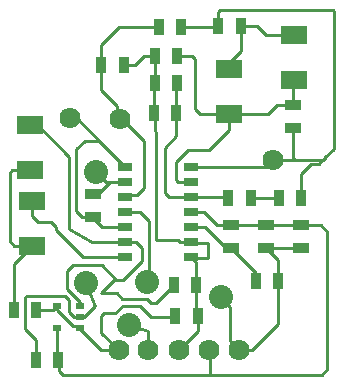
<source format=gtl>
G04 (created by PCBNEW (2013-07-07 BZR 4022)-stable) date 12/10/2014 11:19:01 PM*
%MOIN*%
G04 Gerber Fmt 3.4, Leading zero omitted, Abs format*
%FSLAX34Y34*%
G01*
G70*
G90*
G04 APERTURE LIST*
%ADD10C,0.00590551*%
%ADD11R,0.05X0.025*%
%ADD12R,0.035X0.055*%
%ADD13R,0.055X0.035*%
%ADD14R,0.0866X0.063*%
%ADD15C,0.0700787*%
%ADD16R,0.0315X0.0197*%
%ADD17C,0.08*%
%ADD18C,0.01*%
G04 APERTURE END LIST*
G54D10*
G54D11*
X16700Y-14300D03*
X16700Y-13800D03*
X16700Y-13300D03*
X16700Y-12800D03*
X16700Y-12300D03*
X16700Y-11800D03*
X16700Y-11300D03*
X14500Y-11300D03*
X14500Y-11800D03*
X14500Y-12300D03*
X14500Y-12800D03*
X14500Y-13300D03*
X14500Y-13800D03*
X14500Y-14300D03*
G54D12*
X15603Y-6629D03*
X16353Y-6629D03*
G54D13*
X20350Y-13235D03*
X20350Y-13985D03*
X19190Y-13235D03*
X19190Y-13985D03*
G54D12*
X16115Y-15220D03*
X16865Y-15220D03*
X16155Y-16250D03*
X16905Y-16250D03*
X18681Y-12347D03*
X17931Y-12347D03*
X20359Y-12321D03*
X19609Y-12321D03*
X17594Y-6608D03*
X18344Y-6608D03*
X16195Y-9490D03*
X15445Y-9490D03*
X16219Y-7584D03*
X15469Y-7584D03*
X16219Y-8484D03*
X15469Y-8484D03*
X18845Y-15090D03*
X19595Y-15090D03*
G54D13*
X18010Y-13235D03*
X18010Y-13985D03*
G54D14*
X11370Y-12432D03*
X11370Y-13928D03*
X17954Y-9543D03*
X17954Y-8047D03*
X20118Y-6896D03*
X20118Y-8392D03*
G54D15*
X14270Y-17405D03*
X15263Y-17395D03*
X16267Y-17395D03*
X17271Y-17395D03*
X18275Y-17395D03*
G54D13*
X20089Y-9985D03*
X20089Y-9235D03*
G54D12*
X14434Y-7881D03*
X13684Y-7881D03*
G54D13*
X13409Y-12956D03*
X13409Y-12206D03*
G54D12*
X11525Y-16050D03*
X10775Y-16050D03*
X12255Y-17726D03*
X11505Y-17726D03*
G54D16*
X12992Y-16677D03*
X12990Y-15920D03*
X12990Y-16300D03*
X12230Y-15920D03*
X12230Y-16680D03*
G54D15*
X19419Y-11048D03*
X14321Y-9687D03*
X12651Y-9670D03*
G54D14*
X11330Y-11408D03*
X11330Y-9912D03*
G54D17*
X14620Y-16570D03*
X13510Y-11460D03*
X13170Y-15180D03*
X17670Y-15640D03*
X15230Y-15140D03*
G54D18*
X11330Y-11408D02*
X10733Y-11408D01*
X10799Y-13928D02*
X11370Y-13928D01*
X10640Y-13769D02*
X10799Y-13928D01*
X10640Y-11501D02*
X10640Y-13769D01*
X10733Y-11408D02*
X10640Y-11501D01*
X10775Y-16050D02*
X10775Y-14523D01*
X10775Y-14523D02*
X11370Y-13928D01*
X11525Y-16050D02*
X12100Y-16050D01*
X12100Y-16050D02*
X12230Y-15920D01*
X12230Y-15920D02*
X12230Y-16067D01*
X12899Y-16584D02*
X12992Y-16677D01*
X12747Y-16584D02*
X12899Y-16584D01*
X12230Y-16067D02*
X12747Y-16584D01*
X14270Y-17405D02*
X13695Y-17405D01*
X13695Y-17405D02*
X12992Y-16702D01*
X12992Y-16702D02*
X12992Y-16677D01*
X14120Y-16180D02*
X14150Y-16180D01*
X16105Y-16300D02*
X16155Y-16250D01*
X15350Y-16300D02*
X16105Y-16300D01*
X14970Y-15920D02*
X15350Y-16300D01*
X14410Y-15920D02*
X14970Y-15920D01*
X14150Y-16180D02*
X14410Y-15920D01*
X16155Y-16250D02*
X15970Y-16250D01*
X13777Y-16180D02*
X13690Y-16267D01*
X14180Y-16180D02*
X14120Y-16180D01*
X14120Y-16180D02*
X13777Y-16180D01*
X13690Y-16267D02*
X13690Y-16825D01*
X13690Y-16825D02*
X14270Y-17405D01*
X14620Y-16570D02*
X15263Y-16753D01*
X15263Y-16753D02*
X15263Y-17395D01*
X14500Y-11800D02*
X13850Y-11800D01*
X13850Y-11800D02*
X13510Y-11460D01*
X13409Y-12206D02*
X13585Y-12206D01*
X13991Y-11800D02*
X14500Y-11800D01*
X13585Y-12206D02*
X13991Y-11800D01*
X14440Y-11860D02*
X14500Y-11800D01*
X14484Y-11816D02*
X14500Y-11800D01*
X17954Y-8047D02*
X17954Y-7834D01*
X18344Y-7444D02*
X18344Y-6608D01*
X17954Y-7834D02*
X18344Y-7444D01*
X20118Y-6896D02*
X19188Y-6896D01*
X18900Y-6608D02*
X18344Y-6608D01*
X19188Y-6896D02*
X18900Y-6608D01*
X20098Y-6916D02*
X20118Y-6896D01*
X19923Y-7091D02*
X20118Y-6896D01*
X12230Y-16680D02*
X12230Y-17640D01*
X17330Y-18230D02*
X17330Y-17453D01*
X17330Y-17453D02*
X17271Y-17395D01*
X21230Y-13650D02*
X21230Y-13450D01*
X21015Y-13235D02*
X20350Y-13235D01*
X21230Y-13450D02*
X21015Y-13235D01*
X21230Y-18040D02*
X21230Y-13650D01*
X21040Y-18230D02*
X21230Y-18040D01*
X21230Y-13650D02*
X21230Y-13630D01*
X17323Y-18230D02*
X17330Y-18230D01*
X19190Y-13235D02*
X20350Y-13235D01*
X18010Y-13235D02*
X19190Y-13235D01*
X16700Y-12800D02*
X17110Y-12800D01*
X17545Y-13235D02*
X18010Y-13235D01*
X17110Y-12800D02*
X17545Y-13235D01*
X12230Y-17640D02*
X12286Y-17696D01*
X12286Y-17696D02*
X12286Y-18096D01*
X17480Y-18240D02*
X17480Y-18230D01*
X12430Y-18240D02*
X17480Y-18240D01*
X12286Y-18096D02*
X12430Y-18240D01*
X17480Y-18230D02*
X21040Y-18230D01*
X17330Y-18230D02*
X17480Y-18230D01*
X16267Y-17395D02*
X16284Y-17395D01*
X16905Y-16775D02*
X16905Y-16250D01*
X16284Y-17395D02*
X16905Y-16775D01*
X16865Y-15220D02*
X16865Y-14465D01*
X16865Y-14465D02*
X16700Y-14300D01*
X16865Y-15220D02*
X16865Y-16210D01*
X16865Y-16210D02*
X16905Y-16250D01*
X14434Y-7881D02*
X14821Y-7881D01*
X15118Y-7584D02*
X15469Y-7584D01*
X14821Y-7881D02*
X15118Y-7584D01*
X15445Y-9490D02*
X15445Y-8508D01*
X15445Y-8508D02*
X15469Y-8484D01*
X15520Y-10318D02*
X15463Y-9508D01*
X15463Y-9508D02*
X15445Y-9490D01*
X15520Y-13719D02*
X15520Y-10318D01*
X15520Y-10318D02*
X15512Y-10310D01*
X16242Y-13719D02*
X16323Y-13800D01*
X16323Y-13800D02*
X16700Y-13800D01*
X15512Y-13719D02*
X15520Y-13719D01*
X15520Y-13719D02*
X16242Y-13719D01*
X17265Y-14325D02*
X16725Y-14325D01*
X16725Y-14325D02*
X16700Y-14300D01*
X17265Y-13817D02*
X16717Y-13817D01*
X16717Y-13817D02*
X16700Y-13800D01*
X17265Y-14325D02*
X17265Y-13817D01*
X17265Y-14334D02*
X17265Y-14325D01*
X17265Y-14324D02*
X17265Y-14334D01*
X15469Y-8484D02*
X15469Y-7584D01*
X16653Y-14347D02*
X16700Y-14300D01*
X18681Y-12347D02*
X19583Y-12347D01*
X19583Y-12347D02*
X19609Y-12321D01*
X12610Y-12260D02*
X12610Y-10951D01*
X11571Y-9912D02*
X11330Y-9912D01*
X12610Y-10951D02*
X11571Y-9912D01*
X12610Y-12252D02*
X12610Y-12260D01*
X12610Y-12260D02*
X12610Y-13348D01*
X12990Y-15920D02*
X12990Y-15810D01*
X14220Y-15050D02*
X14220Y-15070D01*
X14180Y-15050D02*
X14220Y-15050D01*
X13710Y-14580D02*
X14180Y-15050D01*
X12740Y-14580D02*
X13710Y-14580D01*
X12540Y-14780D02*
X12618Y-14702D01*
X12618Y-14702D02*
X12740Y-14580D01*
X12540Y-15360D02*
X12540Y-14780D01*
X12990Y-15810D02*
X12540Y-15360D01*
X13688Y-15510D02*
X14220Y-15510D01*
X15505Y-15830D02*
X16115Y-15220D01*
X15350Y-15830D02*
X15505Y-15830D01*
X15210Y-15690D02*
X15350Y-15830D01*
X14400Y-15690D02*
X15210Y-15690D01*
X14220Y-15510D02*
X14400Y-15690D01*
X15040Y-14000D02*
X15040Y-14440D01*
X15040Y-14000D02*
X14840Y-13800D01*
X14500Y-13800D02*
X14840Y-13800D01*
X14128Y-15070D02*
X13688Y-15510D01*
X14410Y-15070D02*
X14220Y-15070D01*
X14220Y-15070D02*
X14128Y-15070D01*
X15040Y-14440D02*
X14410Y-15070D01*
X13688Y-15510D02*
X13820Y-15510D01*
X13382Y-13800D02*
X14500Y-13800D01*
X12610Y-13348D02*
X13382Y-13800D01*
X14500Y-14300D02*
X13096Y-14300D01*
X11370Y-12924D02*
X11370Y-12432D01*
X11571Y-13125D02*
X11370Y-12924D01*
X12033Y-13125D02*
X11571Y-13125D01*
X12194Y-13286D02*
X12033Y-13125D01*
X12194Y-13398D02*
X12194Y-13286D01*
X13096Y-14300D02*
X12194Y-13398D01*
X11370Y-12432D02*
X11370Y-12706D01*
X18845Y-15090D02*
X18845Y-14820D01*
X18845Y-14820D02*
X18010Y-13985D01*
X18010Y-13985D02*
X17835Y-13985D01*
X17150Y-13300D02*
X16700Y-13300D01*
X17835Y-13985D02*
X17150Y-13300D01*
X16195Y-9490D02*
X16195Y-8508D01*
X16195Y-8508D02*
X16219Y-8484D01*
X15813Y-11140D02*
X15813Y-10657D01*
X16195Y-10275D02*
X16195Y-9490D01*
X15813Y-10657D02*
X16195Y-10275D01*
X16700Y-12300D02*
X15961Y-12300D01*
X15813Y-12152D02*
X15813Y-11140D01*
X15813Y-11140D02*
X15813Y-11102D01*
X15961Y-12300D02*
X15813Y-12152D01*
X16700Y-12300D02*
X17884Y-12300D01*
X17884Y-12300D02*
X17931Y-12347D01*
X17954Y-9543D02*
X19234Y-9543D01*
X19542Y-9235D02*
X20089Y-9235D01*
X19234Y-9543D02*
X19542Y-9235D01*
X20089Y-9235D02*
X20089Y-8421D01*
X20089Y-8421D02*
X20118Y-8392D01*
X16219Y-7584D02*
X16704Y-7584D01*
X16983Y-9543D02*
X17954Y-9543D01*
X16820Y-9380D02*
X16983Y-9543D01*
X16820Y-7700D02*
X16820Y-9380D01*
X16704Y-7584D02*
X16820Y-7700D01*
X16700Y-11800D02*
X16238Y-11800D01*
X17954Y-10053D02*
X17954Y-9543D01*
X17283Y-10724D02*
X17954Y-10053D01*
X16590Y-10724D02*
X17283Y-10724D01*
X16184Y-11130D02*
X16590Y-10724D01*
X16184Y-11746D02*
X16184Y-11130D01*
X16238Y-11800D02*
X16184Y-11746D01*
X19854Y-8515D02*
X19932Y-8437D01*
X16700Y-11300D02*
X19167Y-11300D01*
X19167Y-11300D02*
X19419Y-11048D01*
X20089Y-9985D02*
X20089Y-10992D01*
X20089Y-10992D02*
X20145Y-11048D01*
X19419Y-11048D02*
X20145Y-11048D01*
X20145Y-11048D02*
X21102Y-11048D01*
X21157Y-10993D02*
X21157Y-10979D01*
X21102Y-11048D02*
X21157Y-10993D01*
X17241Y-6629D02*
X17573Y-6629D01*
X17573Y-6629D02*
X17594Y-6608D01*
X17594Y-6608D02*
X17594Y-6129D01*
X17594Y-6129D02*
X17654Y-6069D01*
X17955Y-6069D02*
X17654Y-6069D01*
X17654Y-6069D02*
X17647Y-6069D01*
X17244Y-6629D02*
X17241Y-6629D01*
X17241Y-6629D02*
X16353Y-6629D01*
X21454Y-10682D02*
X21454Y-6112D01*
X20947Y-11189D02*
X21157Y-10979D01*
X21157Y-10979D02*
X21454Y-10682D01*
X20687Y-11189D02*
X20947Y-11189D01*
X21411Y-6069D02*
X17955Y-6069D01*
X17955Y-6069D02*
X17906Y-6069D01*
X21454Y-6112D02*
X21411Y-6069D01*
X20359Y-12321D02*
X20359Y-11517D01*
X20359Y-11517D02*
X20687Y-11189D01*
X15115Y-10425D02*
X15115Y-12005D01*
X14580Y-12220D02*
X14500Y-12300D01*
X14900Y-12220D02*
X14580Y-12220D01*
X15115Y-12005D02*
X14900Y-12220D01*
X14321Y-9687D02*
X14377Y-9687D01*
X14377Y-9687D02*
X15115Y-10425D01*
X15115Y-10425D02*
X15116Y-10426D01*
X13684Y-7881D02*
X13684Y-8732D01*
X14207Y-9573D02*
X14321Y-9687D01*
X14207Y-9255D02*
X14207Y-9573D01*
X13684Y-8732D02*
X14207Y-9255D01*
X15603Y-6629D02*
X14278Y-6629D01*
X13684Y-7223D02*
X13684Y-7881D01*
X14278Y-6629D02*
X13684Y-7223D01*
X11505Y-17726D02*
X11505Y-17055D01*
X12787Y-16300D02*
X12990Y-16300D01*
X12603Y-16116D02*
X12787Y-16300D01*
X12603Y-15738D02*
X12603Y-16116D01*
X12477Y-15612D02*
X12603Y-15738D01*
X11190Y-15612D02*
X12477Y-15612D01*
X11139Y-15663D02*
X11190Y-15612D01*
X11139Y-16689D02*
X11139Y-15663D01*
X11505Y-17055D02*
X11139Y-16689D01*
X12990Y-16300D02*
X13110Y-16300D01*
X13200Y-15210D02*
X13170Y-15180D01*
X13470Y-15940D02*
X13200Y-15210D01*
X13110Y-16300D02*
X13470Y-15940D01*
X19595Y-15090D02*
X19595Y-16525D01*
X18724Y-17395D02*
X18275Y-17395D01*
X19595Y-16525D02*
X18724Y-17395D01*
X19595Y-15090D02*
X19595Y-14390D01*
X19595Y-14390D02*
X19190Y-13985D01*
X20453Y-14088D02*
X20350Y-13985D01*
X17670Y-15640D02*
X17980Y-15950D01*
X17980Y-15950D02*
X17980Y-17100D01*
X17980Y-17100D02*
X18275Y-17395D01*
X15290Y-13850D02*
X15290Y-15080D01*
X15290Y-15080D02*
X15230Y-15140D01*
X14500Y-12800D02*
X15000Y-12800D01*
X15000Y-12800D02*
X15290Y-13090D01*
X15290Y-13090D02*
X15290Y-13850D01*
X15290Y-13850D02*
X15290Y-13890D01*
X19190Y-13985D02*
X20350Y-13985D01*
X19233Y-14028D02*
X19190Y-13985D01*
X13615Y-10415D02*
X13145Y-10415D01*
X13046Y-12956D02*
X13409Y-12956D01*
X13035Y-12956D02*
X13046Y-12956D01*
X12850Y-12770D02*
X13035Y-12956D01*
X12850Y-10710D02*
X12850Y-12770D01*
X13145Y-10415D02*
X12850Y-10710D01*
X12651Y-9670D02*
X12870Y-9670D01*
X12870Y-9670D02*
X13615Y-10415D01*
X13615Y-10415D02*
X14500Y-11300D01*
X13409Y-12956D02*
X13409Y-12990D01*
X13409Y-12990D02*
X13719Y-13300D01*
X13719Y-13300D02*
X14500Y-13300D01*
X14479Y-13321D02*
X14500Y-13300D01*
M02*

</source>
